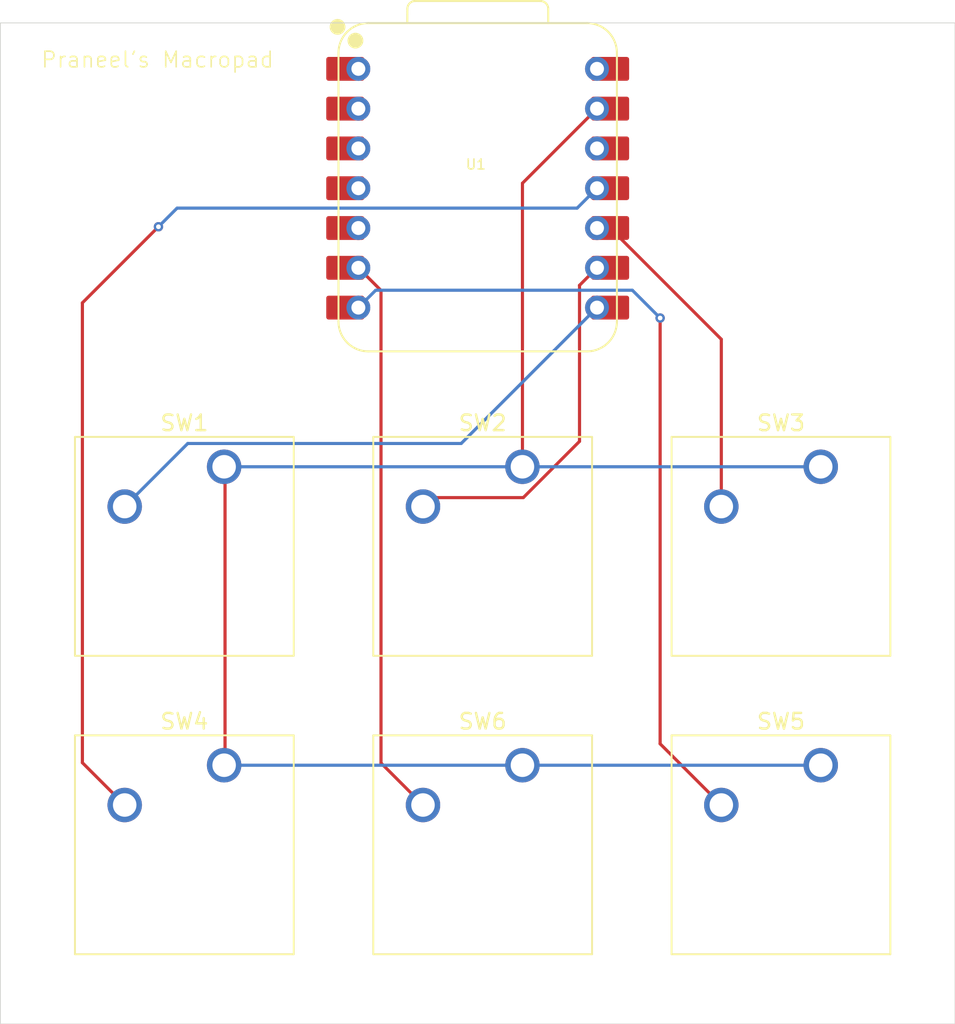
<source format=kicad_pcb>
(kicad_pcb (version 20241229) (generator "pcbnew") (generator_version "9.0")
  (layers (0 "F.Cu" signal) (2 "B.Cu" signal) (13 "F.Paste" user) (15 "B.Paste" user) (5 "F.SilkS" user "F.Silkscreen") (7 "B.SilkS" user "B.Silkscreen") (1 "F.Mask" user) (3 "B.Mask" user) (25 "Edge.Cuts" user))
  (net 0 "")
  (net 1 "+5V")
  (net 2 "GND")
  (net 3 "Net-(U1-GPIO1{slash}RX)")
  (net 4 "Net-(U1-GPIO2{slash}SCK)")
  (net 5 "Net-(U1-GPIO4{slash}MISO)")
  (net 6 "Net-(U1-GPIO3{slash}MOSI)")
  (net 7 "Net-(U1-GPIO0{slash}TX)")
  (net 8 "Net-(U1-GPIO7{slash}SCL)")
  (net 9 "unconnected-(U1-GPIO27{slash}ADC1{slash}A1-Pad2)")
  (net 10 "unconnected-(U1-GPIO29{slash}ADC3{slash}A3-Pad4)")
  (net 11 "unconnected-(U1-GPIO28{slash}ADC2{slash}A2-Pad3)")
  (net 12 "unconnected-(U1-3V3-Pad12)")
  (net 13 "unconnected-(U1-GPIO26{slash}ADC0{slash}A0-Pad1)")
  (net 14 "unconnected-(U1-GPIO6{slash}SDA-Pad5)")
  (footprint "Button_Switch_Keyboard:SW_Cherry_MX_1.00u_PCB" (layer "F.Cu") (at 188.2775 90.17)
    (property "Reference" "SW6" (at -2.54 -2.794 0) (layer "F.SilkS"))
    (property "Value" "SW_Push")
    (fp_line (start -9.525 -1.905) (end 4.445 -1.905) (stroke (width 0.12)) (layer "F.SilkS"))
    (fp_line (start -9.525 12.065) (end -9.525 -1.905) (stroke (width 0.12)) (layer "F.SilkS"))
    (fp_line (start 4.445 -1.905) (end 4.445 12.065) (stroke (width 0.12)) (layer "F.SilkS"))
    (fp_line (start 4.445 12.065) (end -9.525 12.065) (stroke (width 0.12)) (layer "F.SilkS"))
    (pad "" np_thru_hole circle (at -7.62 5.08) (size 1.7 1.7) (drill 1.7) (layers "*.Cu" "*.Mask"))
    (pad "" np_thru_hole circle (at -2.54 5.08) (size 4 4) (drill 4) (layers "*.Cu" "*.Mask"))
    (pad "" np_thru_hole circle (at 2.54 5.08) (size 1.7 1.7) (drill 1.7) (layers "*.Cu" "*.Mask"))
    (pad "1" thru_hole circle (at 0 0) (size 2.2 2.2) (drill 1.5) (layers "*.Cu" "*.Mask") (net 2 "GND"))
    (pad "2" thru_hole circle (at -6.35 2.54) (size 2.2 2.2) (drill 1.5) (layers "*.Cu" "*.Mask") (net 8 "Net-(U1-GPIO7{slash}SCL)"))
  )
  (footprint "Button_Switch_Keyboard:SW_Cherry_MX_1.00u_PCB" (layer "F.Cu") (at 207.3275 71.12)
    (property "Reference" "SW3" (at -2.54 -2.794 0) (layer "F.SilkS"))
    (property "Value" "SW_Push")
    (fp_line (start -9.525 -1.905) (end 4.445 -1.905) (stroke (width 0.12)) (layer "F.SilkS"))
    (fp_line (start -9.525 12.065) (end -9.525 -1.905) (stroke (width 0.12)) (layer "F.SilkS"))
    (fp_line (start 4.445 -1.905) (end 4.445 12.065) (stroke (width 0.12)) (layer "F.SilkS"))
    (fp_line (start 4.445 12.065) (end -9.525 12.065) (stroke (width 0.12)) (layer "F.SilkS"))
    (pad "" np_thru_hole circle (at -7.62 5.08) (size 1.7 1.7) (drill 1.7) (layers "*.Cu" "*.Mask"))
    (pad "" np_thru_hole circle (at -2.54 5.08) (size 4 4) (drill 4) (layers "*.Cu" "*.Mask"))
    (pad "" np_thru_hole circle (at 2.54 5.08) (size 1.7 1.7) (drill 1.7) (layers "*.Cu" "*.Mask"))
    (pad "1" thru_hole circle (at 0 0) (size 2.2 2.2) (drill 1.5) (layers "*.Cu" "*.Mask") (net 2 "GND"))
    (pad "2" thru_hole circle (at -6.35 2.54) (size 2.2 2.2) (drill 1.5) (layers "*.Cu" "*.Mask") (net 5 "Net-(U1-GPIO4{slash}MISO)"))
  )
  (footprint "Button_Switch_Keyboard:SW_Cherry_MX_1.00u_PCB" (layer "F.Cu") (at 207.3275 90.17)
    (property "Reference" "SW5" (at -2.54 -2.794 0) (layer "F.SilkS"))
    (property "Value" "SW_Push")
    (fp_line (start -9.525 -1.905) (end 4.445 -1.905) (stroke (width 0.12)) (layer "F.SilkS"))
    (fp_line (start -9.525 12.065) (end -9.525 -1.905) (stroke (width 0.12)) (layer "F.SilkS"))
    (fp_line (start 4.445 -1.905) (end 4.445 12.065) (stroke (width 0.12)) (layer "F.SilkS"))
    (fp_line (start 4.445 12.065) (end -9.525 12.065) (stroke (width 0.12)) (layer "F.SilkS"))
    (pad "" np_thru_hole circle (at -7.62 5.08) (size 1.7 1.7) (drill 1.7) (layers "*.Cu" "*.Mask"))
    (pad "" np_thru_hole circle (at -2.54 5.08) (size 4 4) (drill 4) (layers "*.Cu" "*.Mask"))
    (pad "" np_thru_hole circle (at 2.54 5.08) (size 1.7 1.7) (drill 1.7) (layers "*.Cu" "*.Mask"))
    (pad "1" thru_hole circle (at 0 0) (size 2.2 2.2) (drill 1.5) (layers "*.Cu" "*.Mask") (net 2 "GND"))
    (pad "2" thru_hole circle (at -6.35 2.54) (size 2.2 2.2) (drill 1.5) (layers "*.Cu" "*.Mask") (net 7 "Net-(U1-GPIO0{slash}TX)"))
  )
  (footprint "Button_Switch_Keyboard:SW_Cherry_MX_1.00u_PCB" (layer "F.Cu") (at 188.2775 71.12)
    (property "Reference" "SW2" (at -2.54 -2.794 0) (layer "F.SilkS"))
    (property "Value" "SW_Push")
    (fp_line (start -9.525 -1.905) (end 4.445 -1.905) (stroke (width 0.12)) (layer "F.SilkS"))
    (fp_line (start -9.525 12.065) (end -9.525 -1.905) (stroke (width 0.12)) (layer "F.SilkS"))
    (fp_line (start 4.445 -1.905) (end 4.445 12.065) (stroke (width 0.12)) (layer "F.SilkS"))
    (fp_line (start 4.445 12.065) (end -9.525 12.065) (stroke (width 0.12)) (layer "F.SilkS"))
    (pad "" np_thru_hole circle (at -7.62 5.08) (size 1.7 1.7) (drill 1.7) (layers "*.Cu" "*.Mask"))
    (pad "" np_thru_hole circle (at -2.54 5.08) (size 4 4) (drill 4) (layers "*.Cu" "*.Mask"))
    (pad "" np_thru_hole circle (at 2.54 5.08) (size 1.7 1.7) (drill 1.7) (layers "*.Cu" "*.Mask"))
    (pad "1" thru_hole circle (at 0 0) (size 2.2 2.2) (drill 1.5) (layers "*.Cu" "*.Mask") (net 2 "GND"))
    (pad "2" thru_hole circle (at -6.35 2.54) (size 2.2 2.2) (drill 1.5) (layers "*.Cu" "*.Mask") (net 4 "Net-(U1-GPIO2{slash}SCK)"))
  )
  (footprint "OPL Library:XIAO-RP2040-DIP" (layer "F.Cu") (at 185.42 53.34)
    (property "Reference" "U1" (at -0.12 -1.52 0) (layer "F.SilkS") (effects (font (size 0.635 0.635) (thickness 0.1016))))
    (property "Value" "XIAO-RP2040-DIP")
    (fp_line (start -8.89 8.509) (end -8.89 -8.636) (stroke (width 0.127)) (layer "F.SilkS"))
    (fp_line (start -6.985 10.414) (end 6.985 10.414) (stroke (width 0.127)) (layer "F.SilkS"))
    (fp_line (start -4.495 -10.541) (end -4.491272 -11.451272) (stroke (width 0.127)) (layer "F.SilkS"))
    (fp_line (start -3.991272 -11.951) (end 4.004 -11.951) (stroke (width 0.127)) (layer "F.SilkS"))
    (fp_line (start 4.504 -11.451) (end 4.504 -10.541) (stroke (width 0.127)) (layer "F.SilkS"))
    (fp_line (start 6.985 -10.541) (end -6.985 -10.541) (stroke (width 0.1)) (layer "F.SilkS"))
    (fp_line (start 6.985 -10.541) (end -6.985 -10.541) (stroke (width 0.127)) (layer "F.SilkS"))
    (fp_line (start 8.89 8.509) (end 8.89 -8.636) (stroke (width 0.127)) (layer "F.SilkS"))
    (fp_arc (start -8.89 -8.636) (mid -8.332038 -9.983038) (end -6.985 -10.541) (stroke (width 0.127)) (layer "F.SilkS"))
    (fp_arc (start -6.985 10.414) (mid -8.332038 9.856038) (end -8.89 8.509) (stroke (width 0.127)) (layer "F.SilkS"))
    (fp_arc (start -4.491272 -11.451272) (mid -4.344728 -11.80464) (end -3.991272 -11.951) (stroke (width 0.127)) (layer "F.SilkS"))
    (fp_arc (start 4.004 -11.951) (mid 4.357553 -11.804553) (end 4.504 -11.451) (stroke (width 0.127)) (layer "F.SilkS"))
    (fp_arc (start 6.985 -10.541) (mid 8.332038 -9.983038) (end 8.89 -8.636) (stroke (width 0.127)) (layer "F.SilkS"))
    (fp_arc (start 8.89 8.509) (mid 8.332038 9.856038) (end 6.985 10.414) (stroke (width 0.127)) (layer "F.SilkS"))
    (fp_circle (center -8.95 -10.3) (end -8.95 -10.554) (stroke (width 0.5)) (fill yes) (layer "F.SilkS"))
    (fp_circle (center -7.807 -9.42) (end -7.807 -9.674) (stroke (width 0.5)) (fill yes) (layer "F.SilkS"))
    (pad "1" smd roundrect (at -8.455 -7.62 180) (size 2.432 1.524) (layers "F.Cu" "F.Mask") (roundrect_rratio 0.1) (net 13 "unconnected-(U1-GPIO26{slash}ADC0{slash}A0-Pad1)"))
    (pad "1" thru_hole circle (at -7.62 -7.62 180) (size 1.524 1.524) (drill 0.889) (layers "*.Cu" "*.Mask") (net 13 "unconnected-(U1-GPIO26{slash}ADC0{slash}A0-Pad1)"))
    (pad "2" smd roundrect (at -8.455 -5.08 180) (size 2.432 1.524) (layers "F.Cu" "F.Mask") (roundrect_rratio 0.1) (net 9 "unconnected-(U1-GPIO27{slash}ADC1{slash}A1-Pad2)"))
    (pad "2" thru_hole circle (at -7.62 -5.08 180) (size 1.524 1.524) (drill 0.889) (layers "*.Cu" "*.Mask") (net 9 "unconnected-(U1-GPIO27{slash}ADC1{slash}A1-Pad2)"))
    (pad "3" smd roundrect (at -8.455 -2.54 180) (size 2.432 1.524) (layers "F.Cu" "F.Mask") (roundrect_rratio 0.1) (net 11 "unconnected-(U1-GPIO28{slash}ADC2{slash}A2-Pad3)"))
    (pad "3" thru_hole circle (at -7.62 -2.54 180) (size 1.524 1.524) (drill 0.889) (layers "*.Cu" "*.Mask") (net 11 "unconnected-(U1-GPIO28{slash}ADC2{slash}A2-Pad3)"))
    (pad "4" smd roundrect (at -8.455 0 180) (size 2.432 1.524) (layers "F.Cu" "F.Mask") (roundrect_rratio 0.1) (net 10 "unconnected-(U1-GPIO29{slash}ADC3{slash}A3-Pad4)"))
    (pad "4" thru_hole circle (at -7.62 0 180) (size 1.524 1.524) (drill 0.889) (layers "*.Cu" "*.Mask") (net 10 "unconnected-(U1-GPIO29{slash}ADC3{slash}A3-Pad4)"))
    (pad "5" smd roundrect (at -8.455 2.54 180) (size 2.432 1.524) (layers "F.Cu" "F.Mask") (roundrect_rratio 0.1) (net 14 "unconnected-(U1-GPIO6{slash}SDA-Pad5)"))
    (pad "5" thru_hole circle (at -7.62 2.54 180) (size 1.524 1.524) (drill 0.889) (layers "*.Cu" "*.Mask") (net 14 "unconnected-(U1-GPIO6{slash}SDA-Pad5)"))
    (pad "6" smd roundrect (at -8.455 5.08 180) (size 2.432 1.524) (layers "F.Cu" "F.Mask") (roundrect_rratio 0.1) (net 8 "Net-(U1-GPIO7{slash}SCL)"))
    (pad "6" thru_hole circle (at -7.62 5.08 180) (size 1.524 1.524) (drill 0.889) (layers "*.Cu" "*.Mask") (net 8 "Net-(U1-GPIO7{slash}SCL)"))
    (pad "7" smd roundrect (at -8.455 7.62 180) (size 2.432 1.524) (layers "F.Cu" "F.Mask") (roundrect_rratio 0.1) (net 7 "Net-(U1-GPIO0{slash}TX)"))
    (pad "7" thru_hole circle (at -7.62 7.62 180) (size 1.524 1.524) (drill 0.889) (layers "*.Cu" "*.Mask") (net 7 "Net-(U1-GPIO0{slash}TX)"))
    (pad "8" thru_hole circle (at 7.62 7.62) (size 1.524 1.524) (drill 0.889) (layers "*.Cu" "*.Mask") (net 3 "Net-(U1-GPIO1{slash}RX)"))
    (pad "8" smd roundrect (at 8.455 7.62) (size 2.432 1.524) (layers "F.Cu" "F.Mask") (roundrect_rratio 0.1) (net 3 "Net-(U1-GPIO1{slash}RX)"))
    (pad "9" thru_hole circle (at 7.62 5.08) (size 1.524 1.524) (drill 0.889) (layers "*.Cu" "*.Mask") (net 4 "Net-(U1-GPIO2{slash}SCK)"))
    (pad "9" smd roundrect (at 8.455 5.08) (size 2.432 1.524) (layers "F.Cu" "F.Mask") (roundrect_rratio 0.1) (net 4 "Net-(U1-GPIO2{slash}SCK)"))
    (pad "10" thru_hole circle (at 7.62 2.54) (size 1.524 1.524) (drill 0.889) (layers "*.Cu" "*.Mask") (net 5 "Net-(U1-GPIO4{slash}MISO)"))
    (pad "10" smd roundrect (at 8.455 2.54) (size 2.432 1.524) (layers "F.Cu" "F.Mask") (roundrect_rratio 0.1) (net 5 "Net-(U1-GPIO4{slash}MISO)"))
    (pad "11" thru_hole circle (at 7.62 0) (size 1.524 1.524) (drill 0.889) (layers "*.Cu" "*.Mask") (net 6 "Net-(U1-GPIO3{slash}MOSI)"))
    (pad "11" smd roundrect (at 8.455 0) (size 2.432 1.524) (layers "F.Cu" "F.Mask") (roundrect_rratio 0.1) (net 6 "Net-(U1-GPIO3{slash}MOSI)"))
    (pad "12" thru_hole circle (at 7.62 -2.54) (size 1.524 1.524) (drill 0.889) (layers "*.Cu" "*.Mask") (net 12 "unconnected-(U1-3V3-Pad12)"))
    (pad "12" smd roundrect (at 8.455 -2.54) (size 2.432 1.524) (layers "F.Cu" "F.Mask") (roundrect_rratio 0.1) (net 12 "unconnected-(U1-3V3-Pad12)"))
    (pad "13" thru_hole circle (at 7.62 -5.08) (size 1.524 1.524) (drill 0.889) (layers "*.Cu" "*.Mask") (net 2 "GND"))
    (pad "13" smd roundrect (at 8.455 -5.08) (size 2.432 1.524) (layers "F.Cu" "F.Mask") (roundrect_rratio 0.1) (net 2 "GND"))
    (pad "14" thru_hole circle (at 7.62 -7.62) (size 1.524 1.524) (drill 0.889) (layers "*.Cu" "*.Mask") (net 1 "+5V"))
    (pad "14" smd roundrect (at 8.455 -7.62) (size 2.432 1.524) (layers "F.Cu" "F.Mask") (roundrect_rratio 0.1) (net 1 "+5V"))
  )
  (footprint "Button_Switch_Keyboard:SW_Cherry_MX_1.00u_PCB" (layer "F.Cu") (at 169.2275 71.12)
    (property "Reference" "SW1" (at -2.54 -2.794 0) (layer "F.SilkS"))
    (property "Value" "SW_Push")
    (fp_line (start -9.525 -1.905) (end 4.445 -1.905) (stroke (width 0.12)) (layer "F.SilkS"))
    (fp_line (start -9.525 12.065) (end -9.525 -1.905) (stroke (width 0.12)) (layer "F.SilkS"))
    (fp_line (start 4.445 -1.905) (end 4.445 12.065) (stroke (width 0.12)) (layer "F.SilkS"))
    (fp_line (start 4.445 12.065) (end -9.525 12.065) (stroke (width 0.12)) (layer "F.SilkS"))
    (pad "" np_thru_hole circle (at -7.62 5.08) (size 1.7 1.7) (drill 1.7) (layers "*.Cu" "*.Mask"))
    (pad "" np_thru_hole circle (at -2.54 5.08) (size 4 4) (drill 4) (layers "*.Cu" "*.Mask"))
    (pad "" np_thru_hole circle (at 2.54 5.08) (size 1.7 1.7) (drill 1.7) (layers "*.Cu" "*.Mask"))
    (pad "1" thru_hole circle (at 0 0) (size 2.2 2.2) (drill 1.5) (layers "*.Cu" "*.Mask") (net 2 "GND"))
    (pad "2" thru_hole circle (at -6.35 2.54) (size 2.2 2.2) (drill 1.5) (layers "*.Cu" "*.Mask") (net 3 "Net-(U1-GPIO1{slash}RX)"))
  )
  (footprint "Button_Switch_Keyboard:SW_Cherry_MX_1.00u_PCB" (layer "F.Cu") (at 169.2275 90.17)
    (property "Reference" "SW4" (at -2.54 -2.794 0) (layer "F.SilkS"))
    (property "Value" "SW_Push")
    (fp_line (start -9.525 -1.905) (end 4.445 -1.905) (stroke (width 0.12)) (layer "F.SilkS"))
    (fp_line (start -9.525 12.065) (end -9.525 -1.905) (stroke (width 0.12)) (layer "F.SilkS"))
    (fp_line (start 4.445 -1.905) (end 4.445 12.065) (stroke (width 0.12)) (layer "F.SilkS"))
    (fp_line (start 4.445 12.065) (end -9.525 12.065) (stroke (width 0.12)) (layer "F.SilkS"))
    (pad "" np_thru_hole circle (at -7.62 5.08) (size 1.7 1.7) (drill 1.7) (layers "*.Cu" "*.Mask"))
    (pad "" np_thru_hole circle (at -2.54 5.08) (size 4 4) (drill 4) (layers "*.Cu" "*.Mask"))
    (pad "" np_thru_hole circle (at 2.54 5.08) (size 1.7 1.7) (drill 1.7) (layers "*.Cu" "*.Mask"))
    (pad "1" thru_hole circle (at 0 0) (size 2.2 2.2) (drill 1.5) (layers "*.Cu" "*.Mask") (net 2 "GND"))
    (pad "2" thru_hole circle (at -6.35 2.54) (size 2.2 2.2) (drill 1.5) (layers "*.Cu" "*.Mask") (net 6 "Net-(U1-GPIO3{slash}MOSI)"))
  )
  (gr_rect (start 154.94 42.79) (end 215.9 106.68) (stroke (width 0.05)) (fill no) (layer "Edge.Cuts"))
  (gr_text "Praneel's Macropad\n" (at 157.48 45.72 0) (layer "F.SilkS") (effects (font (size 1 1) (thickness 0.1)) (justify left bottom)))
  (segment (start 193.04 45.72) (end 193.875 45.72) (width 0.2) (layer "F.Cu") (net 1))
  (segment (start 188.2775 53.0225) (end 188.2775 71.12) (width 0.2) (layer "F.Cu") (net 2))
  (segment (start 169.2855 90.112) (end 169.2275 90.17) (width 0.2) (layer "F.Cu") (net 2))
  (segment (start 169.2275 71.12) (end 169.2855 71.178) (width 0.2) (layer "F.Cu") (net 2))
  (segment (start 193.04 48.26) (end 188.2775 53.0225) (width 0.2) (layer "F.Cu") (net 2))
  (segment (start 193.04 48.26) (end 193.875 48.26) (width 0.2) (layer "F.Cu") (net 2))
  (segment (start 169.2855 71.178) (end 169.2855 90.112) (width 0.2) (layer "F.Cu") (net 2))
  (segment (start 169.2275 90.17) (end 188.2775 90.17) (width 0.2) (layer "B.Cu") (net 2))
  (segment (start 188.2775 90.17) (end 207.3275 90.17) (width 0.2) (layer "B.Cu") (net 2))
  (segment (start 169.2275 71.12) (end 188.2775 71.12) (width 0.2) (layer "B.Cu") (net 2))
  (segment (start 207.3275 71.12) (end 188.2775 71.12) (width 0.2) (layer "B.Cu") (net 2))
  (segment (start 193.875 60.96) (end 193.04 60.96) (width 0.2) (layer "F.Cu") (net 3))
  (segment (start 166.903 69.6345) (end 184.3655 69.6345) (width 0.2) (layer "B.Cu") (net 3))
  (segment (start 162.8775 73.66) (end 166.903 69.6345) (width 0.2) (layer "B.Cu") (net 3))
  (segment (start 184.3655 69.6345) (end 193.04 60.96) (width 0.2) (layer "B.Cu") (net 3))
  (segment (start 191.9232 69.4982) (end 191.9232 59.5368) (width 0.2) (layer "F.Cu") (net 4))
  (segment (start 181.9275 73.66) (end 182.4975 73.09) (width 0.2) (layer "F.Cu") (net 4))
  (segment (start 193.04 58.42) (end 193.875 58.42) (width 0.2) (layer "F.Cu") (net 4))
  (segment (start 188.3314 73.09) (end 191.9232 69.4982) (width 0.2) (layer "F.Cu") (net 4))
  (segment (start 182.4975 73.09) (end 188.3314 73.09) (width 0.2) (layer "F.Cu") (net 4))
  (segment (start 191.9232 59.5368) (end 193.04 58.42) (width 0.2) (layer "F.Cu") (net 4))
  (segment (start 193.04 55.88) (end 193.875 55.88) (width 0.2) (layer "F.Cu") (net 5))
  (segment (start 200.9775 62.9825) (end 200.9775 73.66) (width 0.2) (layer "F.Cu") (net 5))
  (segment (start 193.875 55.88) (end 200.9775 62.9825) (width 0.2) (layer "F.Cu") (net 5))
  (segment (start 160.1766 90.0091) (end 160.1766 60.6558) (width 0.2) (layer "F.Cu") (net 6))
  (segment (start 162.8775 92.71) (end 160.1766 90.0091) (width 0.2) (layer "F.Cu") (net 6))
  (segment (start 160.1766 60.6558) (end 165.0334 55.799) (width 0.2) (layer "F.Cu") (net 6))
  (segment (start 193.875 53.34) (end 193.04 53.34) (width 0.2) (layer "F.Cu") (net 6))
  (via (at 165.0334 55.799) (size 0.6) (drill 0.3) (layers "F.Cu" "B.Cu") (net 6))
  (segment (start 166.2224 54.61) (end 191.77 54.61) (width 0.2) (layer "B.Cu") (net 6))
  (segment (start 165.0334 55.799) (end 166.2224 54.61) (width 0.2) (layer "B.Cu") (net 6))
  (segment (start 191.77 54.61) (end 193.04 53.34) (width 0.2) (layer "B.Cu") (net 6))
  (segment (start 197.0698 61.6254) (end 197.0698 88.8023) (width 0.2) (layer "F.Cu") (net 7))
  (segment (start 197.0698 88.8023) (end 200.9775 92.71) (width 0.2) (layer "F.Cu") (net 7))
  (segment (start 176.965 60.96) (end 177.8 60.96) (width 0.2) (layer "F.Cu") (net 7))
  (via (at 197.0698 61.6254) (size 0.6) (drill 0.3) (layers "F.Cu" "B.Cu") (net 7))
  (segment (start 195.2947 59.8503) (end 197.0698 61.6254) (width 0.2) (layer "B.Cu") (net 7))
  (segment (start 177.8 60.96) (end 178.9097 59.8503) (width 0.2) (layer "B.Cu") (net 7))
  (segment (start 178.9097 59.8503) (end 195.2947 59.8503) (width 0.2) (layer "B.Cu") (net 7))
  (segment (start 179.2455 59.8655) (end 177.8 58.42) (width 0.2) (layer "F.Cu") (net 8))
  (segment (start 181.9275 92.71) (end 179.2455 90.028) (width 0.2) (layer "F.Cu") (net 8))
  (segment (start 176.965 58.42) (end 177.8 58.42) (width 0.2) (layer "F.Cu") (net 8))
  (segment (start 179.2455 90.028) (end 179.2455 59.8655) (width 0.2) (layer "F.Cu") (net 8))
  (segment (start 176.965 48.26) (end 177.8 48.26) (width 0.2) (layer "F.Cu") (net 9))
  (segment (start 176.965 53.34) (end 177.8 53.34) (width 0.2) (layer "F.Cu") (net 10))
  (segment (start 176.965 50.8) (end 177.8 50.8) (width 0.2) (layer "F.Cu") (net 11))
  (segment (start 193.875 50.8) (end 193.04 50.8) (width 0.2) (layer "F.Cu") (net 12))
  (segment (start 177.8 45.72) (end 176.965 45.72) (width 0.2) (layer "F.Cu") (net 13))
  (segment (start 177.8 55.88) (end 176.965 55.88) (width 0.2) (layer "F.Cu") (net 14))
)
</source>
